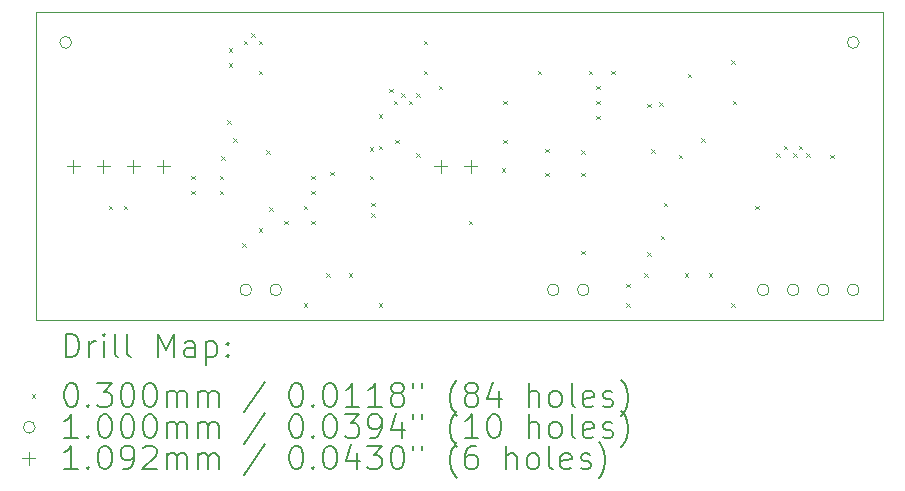
<source format=gbr>
%FSLAX45Y45*%
G04 Gerber Fmt 4.5, Leading zero omitted, Abs format (unit mm)*
G04 Created by KiCad (PCBNEW 6.0.2+dfsg-1) date 2023-05-09 13:47:35*
%MOMM*%
%LPD*%
G01*
G04 APERTURE LIST*
%TA.AperFunction,Profile*%
%ADD10C,0.100000*%
%TD*%
%ADD11C,0.200000*%
%ADD12C,0.030000*%
%ADD13C,0.100000*%
%ADD14C,0.109220*%
G04 APERTURE END LIST*
D10*
X17399000Y-6477000D02*
X10223500Y-6477000D01*
X10223500Y-6477000D02*
X10223500Y-9080500D01*
X17399000Y-9080500D02*
X17399000Y-6477000D01*
X10223500Y-9080500D02*
X17399000Y-9080500D01*
D11*
D12*
X10843500Y-8113000D02*
X10873500Y-8143000D01*
X10873500Y-8113000D02*
X10843500Y-8143000D01*
X10970500Y-8113000D02*
X11000500Y-8143000D01*
X11000500Y-8113000D02*
X10970500Y-8143000D01*
X11542000Y-7859000D02*
X11572000Y-7889000D01*
X11572000Y-7859000D02*
X11542000Y-7889000D01*
X11542000Y-7986000D02*
X11572000Y-8016000D01*
X11572000Y-7986000D02*
X11542000Y-8016000D01*
X11783300Y-7859000D02*
X11813300Y-7889000D01*
X11813300Y-7859000D02*
X11783300Y-7889000D01*
X11783300Y-7986000D02*
X11813300Y-8016000D01*
X11813300Y-7986000D02*
X11783300Y-8016000D01*
X11796000Y-7693900D02*
X11826000Y-7723900D01*
X11826000Y-7693900D02*
X11796000Y-7723900D01*
X11846800Y-7389100D02*
X11876800Y-7419100D01*
X11876800Y-7389100D02*
X11846800Y-7419100D01*
X11859500Y-6779500D02*
X11889500Y-6809500D01*
X11889500Y-6779500D02*
X11859500Y-6809500D01*
X11859500Y-6906500D02*
X11889500Y-6936500D01*
X11889500Y-6906500D02*
X11859500Y-6936500D01*
X11897600Y-7541500D02*
X11927600Y-7571500D01*
X11927600Y-7541500D02*
X11897600Y-7571500D01*
X11973800Y-8430500D02*
X12003800Y-8460500D01*
X12003800Y-8430500D02*
X11973800Y-8460500D01*
X11986500Y-6716000D02*
X12016500Y-6746000D01*
X12016500Y-6716000D02*
X11986500Y-6746000D01*
X12050000Y-6652500D02*
X12080000Y-6682500D01*
X12080000Y-6652500D02*
X12050000Y-6682500D01*
X12113500Y-6716000D02*
X12143500Y-6746000D01*
X12143500Y-6716000D02*
X12113500Y-6746000D01*
X12113500Y-6970000D02*
X12143500Y-7000000D01*
X12143500Y-6970000D02*
X12113500Y-7000000D01*
X12113500Y-8303500D02*
X12143500Y-8333500D01*
X12143500Y-8303500D02*
X12113500Y-8333500D01*
X12177000Y-7643100D02*
X12207000Y-7673100D01*
X12207000Y-7643100D02*
X12177000Y-7673100D01*
X12202400Y-8125700D02*
X12232400Y-8155700D01*
X12232400Y-8125700D02*
X12202400Y-8155700D01*
X12329400Y-8240000D02*
X12359400Y-8270000D01*
X12359400Y-8240000D02*
X12329400Y-8270000D01*
X12494500Y-8113000D02*
X12524500Y-8143000D01*
X12524500Y-8113000D02*
X12494500Y-8143000D01*
X12494500Y-8938500D02*
X12524500Y-8968500D01*
X12524500Y-8938500D02*
X12494500Y-8968500D01*
X12558000Y-7859000D02*
X12588000Y-7889000D01*
X12588000Y-7859000D02*
X12558000Y-7889000D01*
X12558000Y-7986000D02*
X12588000Y-8016000D01*
X12588000Y-7986000D02*
X12558000Y-8016000D01*
X12558000Y-8240000D02*
X12588000Y-8270000D01*
X12588000Y-8240000D02*
X12558000Y-8270000D01*
X12685000Y-8684500D02*
X12715000Y-8714500D01*
X12715000Y-8684500D02*
X12685000Y-8714500D01*
X12717500Y-7826500D02*
X12747500Y-7856500D01*
X12747500Y-7826500D02*
X12717500Y-7856500D01*
X12875500Y-8684500D02*
X12905500Y-8714500D01*
X12905500Y-8684500D02*
X12875500Y-8714500D01*
X13053300Y-7617700D02*
X13083300Y-7647700D01*
X13083300Y-7617700D02*
X13053300Y-7647700D01*
X13053300Y-7859000D02*
X13083300Y-7889000D01*
X13083300Y-7859000D02*
X13053300Y-7889000D01*
X13066000Y-8087600D02*
X13096000Y-8117600D01*
X13096000Y-8087600D02*
X13066000Y-8117600D01*
X13066000Y-8176500D02*
X13096000Y-8206500D01*
X13096000Y-8176500D02*
X13066000Y-8206500D01*
X13129500Y-7338300D02*
X13159500Y-7368300D01*
X13159500Y-7338300D02*
X13129500Y-7368300D01*
X13129500Y-7605000D02*
X13159500Y-7635000D01*
X13159500Y-7605000D02*
X13129500Y-7635000D01*
X13129500Y-8938500D02*
X13159500Y-8968500D01*
X13159500Y-8938500D02*
X13129500Y-8968500D01*
X13218400Y-7122400D02*
X13248400Y-7152400D01*
X13248400Y-7122400D02*
X13218400Y-7152400D01*
X13256500Y-7224000D02*
X13286500Y-7254000D01*
X13286500Y-7224000D02*
X13256500Y-7254000D01*
X13269200Y-7554200D02*
X13299200Y-7584200D01*
X13299200Y-7554200D02*
X13269200Y-7584200D01*
X13320000Y-7160500D02*
X13350000Y-7190500D01*
X13350000Y-7160500D02*
X13320000Y-7190500D01*
X13383500Y-7224000D02*
X13413500Y-7254000D01*
X13413500Y-7224000D02*
X13383500Y-7254000D01*
X13447000Y-7160500D02*
X13477000Y-7190500D01*
X13477000Y-7160500D02*
X13447000Y-7190500D01*
X13447000Y-7668500D02*
X13477000Y-7698500D01*
X13477000Y-7668500D02*
X13447000Y-7698500D01*
X13510500Y-6716000D02*
X13540500Y-6746000D01*
X13540500Y-6716000D02*
X13510500Y-6746000D01*
X13510500Y-6970000D02*
X13540500Y-7000000D01*
X13540500Y-6970000D02*
X13510500Y-7000000D01*
X13637500Y-7097000D02*
X13667500Y-7127000D01*
X13667500Y-7097000D02*
X13637500Y-7127000D01*
X13891500Y-8240000D02*
X13921500Y-8270000D01*
X13921500Y-8240000D02*
X13891500Y-8270000D01*
X14170900Y-7795500D02*
X14200900Y-7825500D01*
X14200900Y-7795500D02*
X14170900Y-7825500D01*
X14183600Y-7224000D02*
X14213600Y-7254000D01*
X14213600Y-7224000D02*
X14183600Y-7254000D01*
X14183600Y-7554200D02*
X14213600Y-7584200D01*
X14213600Y-7554200D02*
X14183600Y-7584200D01*
X14475700Y-6970000D02*
X14505700Y-7000000D01*
X14505700Y-6970000D02*
X14475700Y-7000000D01*
X14539200Y-7630400D02*
X14569200Y-7660400D01*
X14569200Y-7630400D02*
X14539200Y-7660400D01*
X14539200Y-7833600D02*
X14569200Y-7863600D01*
X14569200Y-7833600D02*
X14539200Y-7863600D01*
X14844000Y-7643100D02*
X14874000Y-7673100D01*
X14874000Y-7643100D02*
X14844000Y-7673100D01*
X14844000Y-7833600D02*
X14874000Y-7863600D01*
X14874000Y-7833600D02*
X14844000Y-7863600D01*
X14844000Y-8494000D02*
X14874000Y-8524000D01*
X14874000Y-8494000D02*
X14844000Y-8524000D01*
X14907500Y-6970000D02*
X14937500Y-7000000D01*
X14937500Y-6970000D02*
X14907500Y-7000000D01*
X14971000Y-7097000D02*
X15001000Y-7127000D01*
X15001000Y-7097000D02*
X14971000Y-7127000D01*
X14971000Y-7224000D02*
X15001000Y-7254000D01*
X15001000Y-7224000D02*
X14971000Y-7254000D01*
X14971000Y-7351000D02*
X15001000Y-7381000D01*
X15001000Y-7351000D02*
X14971000Y-7381000D01*
X15098000Y-6970000D02*
X15128000Y-7000000D01*
X15128000Y-6970000D02*
X15098000Y-7000000D01*
X15225000Y-8773400D02*
X15255000Y-8803400D01*
X15255000Y-8773400D02*
X15225000Y-8803400D01*
X15225000Y-8938500D02*
X15255000Y-8968500D01*
X15255000Y-8938500D02*
X15225000Y-8968500D01*
X15377400Y-8684500D02*
X15407400Y-8714500D01*
X15407400Y-8684500D02*
X15377400Y-8714500D01*
X15402800Y-7249400D02*
X15432800Y-7279400D01*
X15432800Y-7249400D02*
X15402800Y-7279400D01*
X15402800Y-8506700D02*
X15432800Y-8536700D01*
X15432800Y-8506700D02*
X15402800Y-8536700D01*
X15433800Y-7637500D02*
X15463800Y-7667500D01*
X15463800Y-7637500D02*
X15433800Y-7667500D01*
X15504400Y-7236700D02*
X15534400Y-7266700D01*
X15534400Y-7236700D02*
X15504400Y-7266700D01*
X15517100Y-8367000D02*
X15547100Y-8397000D01*
X15547100Y-8367000D02*
X15517100Y-8397000D01*
X15542500Y-8087600D02*
X15572500Y-8117600D01*
X15572500Y-8087600D02*
X15542500Y-8117600D01*
X15669500Y-7681200D02*
X15699500Y-7711200D01*
X15699500Y-7681200D02*
X15669500Y-7711200D01*
X15720300Y-8684500D02*
X15750300Y-8714500D01*
X15750300Y-8684500D02*
X15720300Y-8714500D01*
X15745700Y-6995400D02*
X15775700Y-7025400D01*
X15775700Y-6995400D02*
X15745700Y-7025400D01*
X15860000Y-7541500D02*
X15890000Y-7571500D01*
X15890000Y-7541500D02*
X15860000Y-7571500D01*
X15923500Y-8684500D02*
X15953500Y-8714500D01*
X15953500Y-8684500D02*
X15923500Y-8714500D01*
X16114000Y-6881100D02*
X16144000Y-6911100D01*
X16144000Y-6881100D02*
X16114000Y-6911100D01*
X16114000Y-8938500D02*
X16144000Y-8968500D01*
X16144000Y-8938500D02*
X16114000Y-8968500D01*
X16126700Y-7224000D02*
X16156700Y-7254000D01*
X16156700Y-7224000D02*
X16126700Y-7254000D01*
X16317750Y-8113000D02*
X16347750Y-8143000D01*
X16347750Y-8113000D02*
X16317750Y-8143000D01*
X16495000Y-7668500D02*
X16525000Y-7698500D01*
X16525000Y-7668500D02*
X16495000Y-7698500D01*
X16558500Y-7605000D02*
X16588500Y-7635000D01*
X16588500Y-7605000D02*
X16558500Y-7635000D01*
X16635250Y-7668500D02*
X16665250Y-7698500D01*
X16665250Y-7668500D02*
X16635250Y-7698500D01*
X16685500Y-7605000D02*
X16715500Y-7635000D01*
X16715500Y-7605000D02*
X16685500Y-7635000D01*
X16749000Y-7668500D02*
X16779000Y-7698500D01*
X16779000Y-7668500D02*
X16749000Y-7698500D01*
X16952750Y-7681200D02*
X16982750Y-7711200D01*
X16982750Y-7681200D02*
X16952750Y-7711200D01*
D13*
X10527500Y-6731000D02*
G75*
G03*
X10527500Y-6731000I-50000J0D01*
G01*
X12052000Y-8826500D02*
G75*
G03*
X12052000Y-8826500I-50000J0D01*
G01*
X12306000Y-8826500D02*
G75*
G03*
X12306000Y-8826500I-50000J0D01*
G01*
X14655500Y-8826500D02*
G75*
G03*
X14655500Y-8826500I-50000J0D01*
G01*
X14909500Y-8826500D02*
G75*
G03*
X14909500Y-8826500I-50000J0D01*
G01*
X16433000Y-8826500D02*
G75*
G03*
X16433000Y-8826500I-50000J0D01*
G01*
X16687000Y-8826500D02*
G75*
G03*
X16687000Y-8826500I-50000J0D01*
G01*
X16941000Y-8826500D02*
G75*
G03*
X16941000Y-8826500I-50000J0D01*
G01*
X17195000Y-6731000D02*
G75*
G03*
X17195000Y-6731000I-50000J0D01*
G01*
X17195000Y-8826500D02*
G75*
G03*
X17195000Y-8826500I-50000J0D01*
G01*
D14*
X10541000Y-7726245D02*
X10541000Y-7835465D01*
X10486390Y-7780855D02*
X10595610Y-7780855D01*
X10795000Y-7726245D02*
X10795000Y-7835465D01*
X10740390Y-7780855D02*
X10849610Y-7780855D01*
X11049000Y-7726245D02*
X11049000Y-7835465D01*
X10994390Y-7780855D02*
X11103610Y-7780855D01*
X11303000Y-7726245D02*
X11303000Y-7835465D01*
X11248390Y-7780855D02*
X11357610Y-7780855D01*
X13652500Y-7726245D02*
X13652500Y-7835465D01*
X13597890Y-7780855D02*
X13707110Y-7780855D01*
X13906500Y-7726245D02*
X13906500Y-7835465D01*
X13851890Y-7780855D02*
X13961110Y-7780855D01*
D11*
X10476119Y-9395976D02*
X10476119Y-9195976D01*
X10523738Y-9195976D01*
X10552310Y-9205500D01*
X10571357Y-9224548D01*
X10580881Y-9243595D01*
X10590405Y-9281690D01*
X10590405Y-9310262D01*
X10580881Y-9348357D01*
X10571357Y-9367405D01*
X10552310Y-9386452D01*
X10523738Y-9395976D01*
X10476119Y-9395976D01*
X10676119Y-9395976D02*
X10676119Y-9262643D01*
X10676119Y-9300738D02*
X10685643Y-9281690D01*
X10695167Y-9272167D01*
X10714214Y-9262643D01*
X10733262Y-9262643D01*
X10799929Y-9395976D02*
X10799929Y-9262643D01*
X10799929Y-9195976D02*
X10790405Y-9205500D01*
X10799929Y-9215024D01*
X10809452Y-9205500D01*
X10799929Y-9195976D01*
X10799929Y-9215024D01*
X10923738Y-9395976D02*
X10904690Y-9386452D01*
X10895167Y-9367405D01*
X10895167Y-9195976D01*
X11028500Y-9395976D02*
X11009452Y-9386452D01*
X10999929Y-9367405D01*
X10999929Y-9195976D01*
X11257071Y-9395976D02*
X11257071Y-9195976D01*
X11323738Y-9338833D01*
X11390405Y-9195976D01*
X11390405Y-9395976D01*
X11571357Y-9395976D02*
X11571357Y-9291214D01*
X11561833Y-9272167D01*
X11542786Y-9262643D01*
X11504690Y-9262643D01*
X11485643Y-9272167D01*
X11571357Y-9386452D02*
X11552309Y-9395976D01*
X11504690Y-9395976D01*
X11485643Y-9386452D01*
X11476119Y-9367405D01*
X11476119Y-9348357D01*
X11485643Y-9329310D01*
X11504690Y-9319786D01*
X11552309Y-9319786D01*
X11571357Y-9310262D01*
X11666595Y-9262643D02*
X11666595Y-9462643D01*
X11666595Y-9272167D02*
X11685643Y-9262643D01*
X11723738Y-9262643D01*
X11742786Y-9272167D01*
X11752309Y-9281690D01*
X11761833Y-9300738D01*
X11761833Y-9357881D01*
X11752309Y-9376929D01*
X11742786Y-9386452D01*
X11723738Y-9395976D01*
X11685643Y-9395976D01*
X11666595Y-9386452D01*
X11847548Y-9376929D02*
X11857071Y-9386452D01*
X11847548Y-9395976D01*
X11838024Y-9386452D01*
X11847548Y-9376929D01*
X11847548Y-9395976D01*
X11847548Y-9272167D02*
X11857071Y-9281690D01*
X11847548Y-9291214D01*
X11838024Y-9281690D01*
X11847548Y-9272167D01*
X11847548Y-9291214D01*
D12*
X10188500Y-9710500D02*
X10218500Y-9740500D01*
X10218500Y-9710500D02*
X10188500Y-9740500D01*
D11*
X10514214Y-9615976D02*
X10533262Y-9615976D01*
X10552310Y-9625500D01*
X10561833Y-9635024D01*
X10571357Y-9654071D01*
X10580881Y-9692167D01*
X10580881Y-9739786D01*
X10571357Y-9777881D01*
X10561833Y-9796929D01*
X10552310Y-9806452D01*
X10533262Y-9815976D01*
X10514214Y-9815976D01*
X10495167Y-9806452D01*
X10485643Y-9796929D01*
X10476119Y-9777881D01*
X10466595Y-9739786D01*
X10466595Y-9692167D01*
X10476119Y-9654071D01*
X10485643Y-9635024D01*
X10495167Y-9625500D01*
X10514214Y-9615976D01*
X10666595Y-9796929D02*
X10676119Y-9806452D01*
X10666595Y-9815976D01*
X10657071Y-9806452D01*
X10666595Y-9796929D01*
X10666595Y-9815976D01*
X10742786Y-9615976D02*
X10866595Y-9615976D01*
X10799929Y-9692167D01*
X10828500Y-9692167D01*
X10847548Y-9701690D01*
X10857071Y-9711214D01*
X10866595Y-9730262D01*
X10866595Y-9777881D01*
X10857071Y-9796929D01*
X10847548Y-9806452D01*
X10828500Y-9815976D01*
X10771357Y-9815976D01*
X10752310Y-9806452D01*
X10742786Y-9796929D01*
X10990405Y-9615976D02*
X11009452Y-9615976D01*
X11028500Y-9625500D01*
X11038024Y-9635024D01*
X11047548Y-9654071D01*
X11057071Y-9692167D01*
X11057071Y-9739786D01*
X11047548Y-9777881D01*
X11038024Y-9796929D01*
X11028500Y-9806452D01*
X11009452Y-9815976D01*
X10990405Y-9815976D01*
X10971357Y-9806452D01*
X10961833Y-9796929D01*
X10952310Y-9777881D01*
X10942786Y-9739786D01*
X10942786Y-9692167D01*
X10952310Y-9654071D01*
X10961833Y-9635024D01*
X10971357Y-9625500D01*
X10990405Y-9615976D01*
X11180881Y-9615976D02*
X11199928Y-9615976D01*
X11218976Y-9625500D01*
X11228500Y-9635024D01*
X11238024Y-9654071D01*
X11247548Y-9692167D01*
X11247548Y-9739786D01*
X11238024Y-9777881D01*
X11228500Y-9796929D01*
X11218976Y-9806452D01*
X11199928Y-9815976D01*
X11180881Y-9815976D01*
X11161833Y-9806452D01*
X11152310Y-9796929D01*
X11142786Y-9777881D01*
X11133262Y-9739786D01*
X11133262Y-9692167D01*
X11142786Y-9654071D01*
X11152310Y-9635024D01*
X11161833Y-9625500D01*
X11180881Y-9615976D01*
X11333262Y-9815976D02*
X11333262Y-9682643D01*
X11333262Y-9701690D02*
X11342786Y-9692167D01*
X11361833Y-9682643D01*
X11390405Y-9682643D01*
X11409452Y-9692167D01*
X11418976Y-9711214D01*
X11418976Y-9815976D01*
X11418976Y-9711214D02*
X11428500Y-9692167D01*
X11447548Y-9682643D01*
X11476119Y-9682643D01*
X11495167Y-9692167D01*
X11504690Y-9711214D01*
X11504690Y-9815976D01*
X11599928Y-9815976D02*
X11599928Y-9682643D01*
X11599928Y-9701690D02*
X11609452Y-9692167D01*
X11628500Y-9682643D01*
X11657071Y-9682643D01*
X11676119Y-9692167D01*
X11685643Y-9711214D01*
X11685643Y-9815976D01*
X11685643Y-9711214D02*
X11695167Y-9692167D01*
X11714214Y-9682643D01*
X11742786Y-9682643D01*
X11761833Y-9692167D01*
X11771357Y-9711214D01*
X11771357Y-9815976D01*
X12161833Y-9606452D02*
X11990405Y-9863595D01*
X12418976Y-9615976D02*
X12438024Y-9615976D01*
X12457071Y-9625500D01*
X12466595Y-9635024D01*
X12476119Y-9654071D01*
X12485643Y-9692167D01*
X12485643Y-9739786D01*
X12476119Y-9777881D01*
X12466595Y-9796929D01*
X12457071Y-9806452D01*
X12438024Y-9815976D01*
X12418976Y-9815976D01*
X12399928Y-9806452D01*
X12390405Y-9796929D01*
X12380881Y-9777881D01*
X12371357Y-9739786D01*
X12371357Y-9692167D01*
X12380881Y-9654071D01*
X12390405Y-9635024D01*
X12399928Y-9625500D01*
X12418976Y-9615976D01*
X12571357Y-9796929D02*
X12580881Y-9806452D01*
X12571357Y-9815976D01*
X12561833Y-9806452D01*
X12571357Y-9796929D01*
X12571357Y-9815976D01*
X12704690Y-9615976D02*
X12723738Y-9615976D01*
X12742786Y-9625500D01*
X12752309Y-9635024D01*
X12761833Y-9654071D01*
X12771357Y-9692167D01*
X12771357Y-9739786D01*
X12761833Y-9777881D01*
X12752309Y-9796929D01*
X12742786Y-9806452D01*
X12723738Y-9815976D01*
X12704690Y-9815976D01*
X12685643Y-9806452D01*
X12676119Y-9796929D01*
X12666595Y-9777881D01*
X12657071Y-9739786D01*
X12657071Y-9692167D01*
X12666595Y-9654071D01*
X12676119Y-9635024D01*
X12685643Y-9625500D01*
X12704690Y-9615976D01*
X12961833Y-9815976D02*
X12847548Y-9815976D01*
X12904690Y-9815976D02*
X12904690Y-9615976D01*
X12885643Y-9644548D01*
X12866595Y-9663595D01*
X12847548Y-9673119D01*
X13152309Y-9815976D02*
X13038024Y-9815976D01*
X13095167Y-9815976D02*
X13095167Y-9615976D01*
X13076119Y-9644548D01*
X13057071Y-9663595D01*
X13038024Y-9673119D01*
X13266595Y-9701690D02*
X13247548Y-9692167D01*
X13238024Y-9682643D01*
X13228500Y-9663595D01*
X13228500Y-9654071D01*
X13238024Y-9635024D01*
X13247548Y-9625500D01*
X13266595Y-9615976D01*
X13304690Y-9615976D01*
X13323738Y-9625500D01*
X13333262Y-9635024D01*
X13342786Y-9654071D01*
X13342786Y-9663595D01*
X13333262Y-9682643D01*
X13323738Y-9692167D01*
X13304690Y-9701690D01*
X13266595Y-9701690D01*
X13247548Y-9711214D01*
X13238024Y-9720738D01*
X13228500Y-9739786D01*
X13228500Y-9777881D01*
X13238024Y-9796929D01*
X13247548Y-9806452D01*
X13266595Y-9815976D01*
X13304690Y-9815976D01*
X13323738Y-9806452D01*
X13333262Y-9796929D01*
X13342786Y-9777881D01*
X13342786Y-9739786D01*
X13333262Y-9720738D01*
X13323738Y-9711214D01*
X13304690Y-9701690D01*
X13418976Y-9615976D02*
X13418976Y-9654071D01*
X13495167Y-9615976D02*
X13495167Y-9654071D01*
X13790405Y-9892167D02*
X13780881Y-9882643D01*
X13761833Y-9854071D01*
X13752309Y-9835024D01*
X13742786Y-9806452D01*
X13733262Y-9758833D01*
X13733262Y-9720738D01*
X13742786Y-9673119D01*
X13752309Y-9644548D01*
X13761833Y-9625500D01*
X13780881Y-9596929D01*
X13790405Y-9587405D01*
X13895167Y-9701690D02*
X13876119Y-9692167D01*
X13866595Y-9682643D01*
X13857071Y-9663595D01*
X13857071Y-9654071D01*
X13866595Y-9635024D01*
X13876119Y-9625500D01*
X13895167Y-9615976D01*
X13933262Y-9615976D01*
X13952309Y-9625500D01*
X13961833Y-9635024D01*
X13971357Y-9654071D01*
X13971357Y-9663595D01*
X13961833Y-9682643D01*
X13952309Y-9692167D01*
X13933262Y-9701690D01*
X13895167Y-9701690D01*
X13876119Y-9711214D01*
X13866595Y-9720738D01*
X13857071Y-9739786D01*
X13857071Y-9777881D01*
X13866595Y-9796929D01*
X13876119Y-9806452D01*
X13895167Y-9815976D01*
X13933262Y-9815976D01*
X13952309Y-9806452D01*
X13961833Y-9796929D01*
X13971357Y-9777881D01*
X13971357Y-9739786D01*
X13961833Y-9720738D01*
X13952309Y-9711214D01*
X13933262Y-9701690D01*
X14142786Y-9682643D02*
X14142786Y-9815976D01*
X14095167Y-9606452D02*
X14047548Y-9749310D01*
X14171357Y-9749310D01*
X14399928Y-9815976D02*
X14399928Y-9615976D01*
X14485643Y-9815976D02*
X14485643Y-9711214D01*
X14476119Y-9692167D01*
X14457071Y-9682643D01*
X14428500Y-9682643D01*
X14409452Y-9692167D01*
X14399928Y-9701690D01*
X14609452Y-9815976D02*
X14590405Y-9806452D01*
X14580881Y-9796929D01*
X14571357Y-9777881D01*
X14571357Y-9720738D01*
X14580881Y-9701690D01*
X14590405Y-9692167D01*
X14609452Y-9682643D01*
X14638024Y-9682643D01*
X14657071Y-9692167D01*
X14666595Y-9701690D01*
X14676119Y-9720738D01*
X14676119Y-9777881D01*
X14666595Y-9796929D01*
X14657071Y-9806452D01*
X14638024Y-9815976D01*
X14609452Y-9815976D01*
X14790405Y-9815976D02*
X14771357Y-9806452D01*
X14761833Y-9787405D01*
X14761833Y-9615976D01*
X14942786Y-9806452D02*
X14923738Y-9815976D01*
X14885643Y-9815976D01*
X14866595Y-9806452D01*
X14857071Y-9787405D01*
X14857071Y-9711214D01*
X14866595Y-9692167D01*
X14885643Y-9682643D01*
X14923738Y-9682643D01*
X14942786Y-9692167D01*
X14952309Y-9711214D01*
X14952309Y-9730262D01*
X14857071Y-9749310D01*
X15028500Y-9806452D02*
X15047548Y-9815976D01*
X15085643Y-9815976D01*
X15104690Y-9806452D01*
X15114214Y-9787405D01*
X15114214Y-9777881D01*
X15104690Y-9758833D01*
X15085643Y-9749310D01*
X15057071Y-9749310D01*
X15038024Y-9739786D01*
X15028500Y-9720738D01*
X15028500Y-9711214D01*
X15038024Y-9692167D01*
X15057071Y-9682643D01*
X15085643Y-9682643D01*
X15104690Y-9692167D01*
X15180881Y-9892167D02*
X15190405Y-9882643D01*
X15209452Y-9854071D01*
X15218976Y-9835024D01*
X15228500Y-9806452D01*
X15238024Y-9758833D01*
X15238024Y-9720738D01*
X15228500Y-9673119D01*
X15218976Y-9644548D01*
X15209452Y-9625500D01*
X15190405Y-9596929D01*
X15180881Y-9587405D01*
D13*
X10218500Y-9989500D02*
G75*
G03*
X10218500Y-9989500I-50000J0D01*
G01*
D11*
X10580881Y-10079976D02*
X10466595Y-10079976D01*
X10523738Y-10079976D02*
X10523738Y-9879976D01*
X10504690Y-9908548D01*
X10485643Y-9927595D01*
X10466595Y-9937119D01*
X10666595Y-10060929D02*
X10676119Y-10070452D01*
X10666595Y-10079976D01*
X10657071Y-10070452D01*
X10666595Y-10060929D01*
X10666595Y-10079976D01*
X10799929Y-9879976D02*
X10818976Y-9879976D01*
X10838024Y-9889500D01*
X10847548Y-9899024D01*
X10857071Y-9918071D01*
X10866595Y-9956167D01*
X10866595Y-10003786D01*
X10857071Y-10041881D01*
X10847548Y-10060929D01*
X10838024Y-10070452D01*
X10818976Y-10079976D01*
X10799929Y-10079976D01*
X10780881Y-10070452D01*
X10771357Y-10060929D01*
X10761833Y-10041881D01*
X10752310Y-10003786D01*
X10752310Y-9956167D01*
X10761833Y-9918071D01*
X10771357Y-9899024D01*
X10780881Y-9889500D01*
X10799929Y-9879976D01*
X10990405Y-9879976D02*
X11009452Y-9879976D01*
X11028500Y-9889500D01*
X11038024Y-9899024D01*
X11047548Y-9918071D01*
X11057071Y-9956167D01*
X11057071Y-10003786D01*
X11047548Y-10041881D01*
X11038024Y-10060929D01*
X11028500Y-10070452D01*
X11009452Y-10079976D01*
X10990405Y-10079976D01*
X10971357Y-10070452D01*
X10961833Y-10060929D01*
X10952310Y-10041881D01*
X10942786Y-10003786D01*
X10942786Y-9956167D01*
X10952310Y-9918071D01*
X10961833Y-9899024D01*
X10971357Y-9889500D01*
X10990405Y-9879976D01*
X11180881Y-9879976D02*
X11199928Y-9879976D01*
X11218976Y-9889500D01*
X11228500Y-9899024D01*
X11238024Y-9918071D01*
X11247548Y-9956167D01*
X11247548Y-10003786D01*
X11238024Y-10041881D01*
X11228500Y-10060929D01*
X11218976Y-10070452D01*
X11199928Y-10079976D01*
X11180881Y-10079976D01*
X11161833Y-10070452D01*
X11152310Y-10060929D01*
X11142786Y-10041881D01*
X11133262Y-10003786D01*
X11133262Y-9956167D01*
X11142786Y-9918071D01*
X11152310Y-9899024D01*
X11161833Y-9889500D01*
X11180881Y-9879976D01*
X11333262Y-10079976D02*
X11333262Y-9946643D01*
X11333262Y-9965690D02*
X11342786Y-9956167D01*
X11361833Y-9946643D01*
X11390405Y-9946643D01*
X11409452Y-9956167D01*
X11418976Y-9975214D01*
X11418976Y-10079976D01*
X11418976Y-9975214D02*
X11428500Y-9956167D01*
X11447548Y-9946643D01*
X11476119Y-9946643D01*
X11495167Y-9956167D01*
X11504690Y-9975214D01*
X11504690Y-10079976D01*
X11599928Y-10079976D02*
X11599928Y-9946643D01*
X11599928Y-9965690D02*
X11609452Y-9956167D01*
X11628500Y-9946643D01*
X11657071Y-9946643D01*
X11676119Y-9956167D01*
X11685643Y-9975214D01*
X11685643Y-10079976D01*
X11685643Y-9975214D02*
X11695167Y-9956167D01*
X11714214Y-9946643D01*
X11742786Y-9946643D01*
X11761833Y-9956167D01*
X11771357Y-9975214D01*
X11771357Y-10079976D01*
X12161833Y-9870452D02*
X11990405Y-10127595D01*
X12418976Y-9879976D02*
X12438024Y-9879976D01*
X12457071Y-9889500D01*
X12466595Y-9899024D01*
X12476119Y-9918071D01*
X12485643Y-9956167D01*
X12485643Y-10003786D01*
X12476119Y-10041881D01*
X12466595Y-10060929D01*
X12457071Y-10070452D01*
X12438024Y-10079976D01*
X12418976Y-10079976D01*
X12399928Y-10070452D01*
X12390405Y-10060929D01*
X12380881Y-10041881D01*
X12371357Y-10003786D01*
X12371357Y-9956167D01*
X12380881Y-9918071D01*
X12390405Y-9899024D01*
X12399928Y-9889500D01*
X12418976Y-9879976D01*
X12571357Y-10060929D02*
X12580881Y-10070452D01*
X12571357Y-10079976D01*
X12561833Y-10070452D01*
X12571357Y-10060929D01*
X12571357Y-10079976D01*
X12704690Y-9879976D02*
X12723738Y-9879976D01*
X12742786Y-9889500D01*
X12752309Y-9899024D01*
X12761833Y-9918071D01*
X12771357Y-9956167D01*
X12771357Y-10003786D01*
X12761833Y-10041881D01*
X12752309Y-10060929D01*
X12742786Y-10070452D01*
X12723738Y-10079976D01*
X12704690Y-10079976D01*
X12685643Y-10070452D01*
X12676119Y-10060929D01*
X12666595Y-10041881D01*
X12657071Y-10003786D01*
X12657071Y-9956167D01*
X12666595Y-9918071D01*
X12676119Y-9899024D01*
X12685643Y-9889500D01*
X12704690Y-9879976D01*
X12838024Y-9879976D02*
X12961833Y-9879976D01*
X12895167Y-9956167D01*
X12923738Y-9956167D01*
X12942786Y-9965690D01*
X12952309Y-9975214D01*
X12961833Y-9994262D01*
X12961833Y-10041881D01*
X12952309Y-10060929D01*
X12942786Y-10070452D01*
X12923738Y-10079976D01*
X12866595Y-10079976D01*
X12847548Y-10070452D01*
X12838024Y-10060929D01*
X13057071Y-10079976D02*
X13095167Y-10079976D01*
X13114214Y-10070452D01*
X13123738Y-10060929D01*
X13142786Y-10032357D01*
X13152309Y-9994262D01*
X13152309Y-9918071D01*
X13142786Y-9899024D01*
X13133262Y-9889500D01*
X13114214Y-9879976D01*
X13076119Y-9879976D01*
X13057071Y-9889500D01*
X13047548Y-9899024D01*
X13038024Y-9918071D01*
X13038024Y-9965690D01*
X13047548Y-9984738D01*
X13057071Y-9994262D01*
X13076119Y-10003786D01*
X13114214Y-10003786D01*
X13133262Y-9994262D01*
X13142786Y-9984738D01*
X13152309Y-9965690D01*
X13323738Y-9946643D02*
X13323738Y-10079976D01*
X13276119Y-9870452D02*
X13228500Y-10013310D01*
X13352309Y-10013310D01*
X13418976Y-9879976D02*
X13418976Y-9918071D01*
X13495167Y-9879976D02*
X13495167Y-9918071D01*
X13790405Y-10156167D02*
X13780881Y-10146643D01*
X13761833Y-10118071D01*
X13752309Y-10099024D01*
X13742786Y-10070452D01*
X13733262Y-10022833D01*
X13733262Y-9984738D01*
X13742786Y-9937119D01*
X13752309Y-9908548D01*
X13761833Y-9889500D01*
X13780881Y-9860929D01*
X13790405Y-9851405D01*
X13971357Y-10079976D02*
X13857071Y-10079976D01*
X13914214Y-10079976D02*
X13914214Y-9879976D01*
X13895167Y-9908548D01*
X13876119Y-9927595D01*
X13857071Y-9937119D01*
X14095167Y-9879976D02*
X14114214Y-9879976D01*
X14133262Y-9889500D01*
X14142786Y-9899024D01*
X14152309Y-9918071D01*
X14161833Y-9956167D01*
X14161833Y-10003786D01*
X14152309Y-10041881D01*
X14142786Y-10060929D01*
X14133262Y-10070452D01*
X14114214Y-10079976D01*
X14095167Y-10079976D01*
X14076119Y-10070452D01*
X14066595Y-10060929D01*
X14057071Y-10041881D01*
X14047548Y-10003786D01*
X14047548Y-9956167D01*
X14057071Y-9918071D01*
X14066595Y-9899024D01*
X14076119Y-9889500D01*
X14095167Y-9879976D01*
X14399928Y-10079976D02*
X14399928Y-9879976D01*
X14485643Y-10079976D02*
X14485643Y-9975214D01*
X14476119Y-9956167D01*
X14457071Y-9946643D01*
X14428500Y-9946643D01*
X14409452Y-9956167D01*
X14399928Y-9965690D01*
X14609452Y-10079976D02*
X14590405Y-10070452D01*
X14580881Y-10060929D01*
X14571357Y-10041881D01*
X14571357Y-9984738D01*
X14580881Y-9965690D01*
X14590405Y-9956167D01*
X14609452Y-9946643D01*
X14638024Y-9946643D01*
X14657071Y-9956167D01*
X14666595Y-9965690D01*
X14676119Y-9984738D01*
X14676119Y-10041881D01*
X14666595Y-10060929D01*
X14657071Y-10070452D01*
X14638024Y-10079976D01*
X14609452Y-10079976D01*
X14790405Y-10079976D02*
X14771357Y-10070452D01*
X14761833Y-10051405D01*
X14761833Y-9879976D01*
X14942786Y-10070452D02*
X14923738Y-10079976D01*
X14885643Y-10079976D01*
X14866595Y-10070452D01*
X14857071Y-10051405D01*
X14857071Y-9975214D01*
X14866595Y-9956167D01*
X14885643Y-9946643D01*
X14923738Y-9946643D01*
X14942786Y-9956167D01*
X14952309Y-9975214D01*
X14952309Y-9994262D01*
X14857071Y-10013310D01*
X15028500Y-10070452D02*
X15047548Y-10079976D01*
X15085643Y-10079976D01*
X15104690Y-10070452D01*
X15114214Y-10051405D01*
X15114214Y-10041881D01*
X15104690Y-10022833D01*
X15085643Y-10013310D01*
X15057071Y-10013310D01*
X15038024Y-10003786D01*
X15028500Y-9984738D01*
X15028500Y-9975214D01*
X15038024Y-9956167D01*
X15057071Y-9946643D01*
X15085643Y-9946643D01*
X15104690Y-9956167D01*
X15180881Y-10156167D02*
X15190405Y-10146643D01*
X15209452Y-10118071D01*
X15218976Y-10099024D01*
X15228500Y-10070452D01*
X15238024Y-10022833D01*
X15238024Y-9984738D01*
X15228500Y-9937119D01*
X15218976Y-9908548D01*
X15209452Y-9889500D01*
X15190405Y-9860929D01*
X15180881Y-9851405D01*
D14*
X10163890Y-10198890D02*
X10163890Y-10308110D01*
X10109280Y-10253500D02*
X10218500Y-10253500D01*
D11*
X10580881Y-10343976D02*
X10466595Y-10343976D01*
X10523738Y-10343976D02*
X10523738Y-10143976D01*
X10504690Y-10172548D01*
X10485643Y-10191595D01*
X10466595Y-10201119D01*
X10666595Y-10324929D02*
X10676119Y-10334452D01*
X10666595Y-10343976D01*
X10657071Y-10334452D01*
X10666595Y-10324929D01*
X10666595Y-10343976D01*
X10799929Y-10143976D02*
X10818976Y-10143976D01*
X10838024Y-10153500D01*
X10847548Y-10163024D01*
X10857071Y-10182071D01*
X10866595Y-10220167D01*
X10866595Y-10267786D01*
X10857071Y-10305881D01*
X10847548Y-10324929D01*
X10838024Y-10334452D01*
X10818976Y-10343976D01*
X10799929Y-10343976D01*
X10780881Y-10334452D01*
X10771357Y-10324929D01*
X10761833Y-10305881D01*
X10752310Y-10267786D01*
X10752310Y-10220167D01*
X10761833Y-10182071D01*
X10771357Y-10163024D01*
X10780881Y-10153500D01*
X10799929Y-10143976D01*
X10961833Y-10343976D02*
X10999929Y-10343976D01*
X11018976Y-10334452D01*
X11028500Y-10324929D01*
X11047548Y-10296357D01*
X11057071Y-10258262D01*
X11057071Y-10182071D01*
X11047548Y-10163024D01*
X11038024Y-10153500D01*
X11018976Y-10143976D01*
X10980881Y-10143976D01*
X10961833Y-10153500D01*
X10952310Y-10163024D01*
X10942786Y-10182071D01*
X10942786Y-10229690D01*
X10952310Y-10248738D01*
X10961833Y-10258262D01*
X10980881Y-10267786D01*
X11018976Y-10267786D01*
X11038024Y-10258262D01*
X11047548Y-10248738D01*
X11057071Y-10229690D01*
X11133262Y-10163024D02*
X11142786Y-10153500D01*
X11161833Y-10143976D01*
X11209452Y-10143976D01*
X11228500Y-10153500D01*
X11238024Y-10163024D01*
X11247548Y-10182071D01*
X11247548Y-10201119D01*
X11238024Y-10229690D01*
X11123738Y-10343976D01*
X11247548Y-10343976D01*
X11333262Y-10343976D02*
X11333262Y-10210643D01*
X11333262Y-10229690D02*
X11342786Y-10220167D01*
X11361833Y-10210643D01*
X11390405Y-10210643D01*
X11409452Y-10220167D01*
X11418976Y-10239214D01*
X11418976Y-10343976D01*
X11418976Y-10239214D02*
X11428500Y-10220167D01*
X11447548Y-10210643D01*
X11476119Y-10210643D01*
X11495167Y-10220167D01*
X11504690Y-10239214D01*
X11504690Y-10343976D01*
X11599928Y-10343976D02*
X11599928Y-10210643D01*
X11599928Y-10229690D02*
X11609452Y-10220167D01*
X11628500Y-10210643D01*
X11657071Y-10210643D01*
X11676119Y-10220167D01*
X11685643Y-10239214D01*
X11685643Y-10343976D01*
X11685643Y-10239214D02*
X11695167Y-10220167D01*
X11714214Y-10210643D01*
X11742786Y-10210643D01*
X11761833Y-10220167D01*
X11771357Y-10239214D01*
X11771357Y-10343976D01*
X12161833Y-10134452D02*
X11990405Y-10391595D01*
X12418976Y-10143976D02*
X12438024Y-10143976D01*
X12457071Y-10153500D01*
X12466595Y-10163024D01*
X12476119Y-10182071D01*
X12485643Y-10220167D01*
X12485643Y-10267786D01*
X12476119Y-10305881D01*
X12466595Y-10324929D01*
X12457071Y-10334452D01*
X12438024Y-10343976D01*
X12418976Y-10343976D01*
X12399928Y-10334452D01*
X12390405Y-10324929D01*
X12380881Y-10305881D01*
X12371357Y-10267786D01*
X12371357Y-10220167D01*
X12380881Y-10182071D01*
X12390405Y-10163024D01*
X12399928Y-10153500D01*
X12418976Y-10143976D01*
X12571357Y-10324929D02*
X12580881Y-10334452D01*
X12571357Y-10343976D01*
X12561833Y-10334452D01*
X12571357Y-10324929D01*
X12571357Y-10343976D01*
X12704690Y-10143976D02*
X12723738Y-10143976D01*
X12742786Y-10153500D01*
X12752309Y-10163024D01*
X12761833Y-10182071D01*
X12771357Y-10220167D01*
X12771357Y-10267786D01*
X12761833Y-10305881D01*
X12752309Y-10324929D01*
X12742786Y-10334452D01*
X12723738Y-10343976D01*
X12704690Y-10343976D01*
X12685643Y-10334452D01*
X12676119Y-10324929D01*
X12666595Y-10305881D01*
X12657071Y-10267786D01*
X12657071Y-10220167D01*
X12666595Y-10182071D01*
X12676119Y-10163024D01*
X12685643Y-10153500D01*
X12704690Y-10143976D01*
X12942786Y-10210643D02*
X12942786Y-10343976D01*
X12895167Y-10134452D02*
X12847548Y-10277310D01*
X12971357Y-10277310D01*
X13028500Y-10143976D02*
X13152309Y-10143976D01*
X13085643Y-10220167D01*
X13114214Y-10220167D01*
X13133262Y-10229690D01*
X13142786Y-10239214D01*
X13152309Y-10258262D01*
X13152309Y-10305881D01*
X13142786Y-10324929D01*
X13133262Y-10334452D01*
X13114214Y-10343976D01*
X13057071Y-10343976D01*
X13038024Y-10334452D01*
X13028500Y-10324929D01*
X13276119Y-10143976D02*
X13295167Y-10143976D01*
X13314214Y-10153500D01*
X13323738Y-10163024D01*
X13333262Y-10182071D01*
X13342786Y-10220167D01*
X13342786Y-10267786D01*
X13333262Y-10305881D01*
X13323738Y-10324929D01*
X13314214Y-10334452D01*
X13295167Y-10343976D01*
X13276119Y-10343976D01*
X13257071Y-10334452D01*
X13247548Y-10324929D01*
X13238024Y-10305881D01*
X13228500Y-10267786D01*
X13228500Y-10220167D01*
X13238024Y-10182071D01*
X13247548Y-10163024D01*
X13257071Y-10153500D01*
X13276119Y-10143976D01*
X13418976Y-10143976D02*
X13418976Y-10182071D01*
X13495167Y-10143976D02*
X13495167Y-10182071D01*
X13790405Y-10420167D02*
X13780881Y-10410643D01*
X13761833Y-10382071D01*
X13752309Y-10363024D01*
X13742786Y-10334452D01*
X13733262Y-10286833D01*
X13733262Y-10248738D01*
X13742786Y-10201119D01*
X13752309Y-10172548D01*
X13761833Y-10153500D01*
X13780881Y-10124929D01*
X13790405Y-10115405D01*
X13952309Y-10143976D02*
X13914214Y-10143976D01*
X13895167Y-10153500D01*
X13885643Y-10163024D01*
X13866595Y-10191595D01*
X13857071Y-10229690D01*
X13857071Y-10305881D01*
X13866595Y-10324929D01*
X13876119Y-10334452D01*
X13895167Y-10343976D01*
X13933262Y-10343976D01*
X13952309Y-10334452D01*
X13961833Y-10324929D01*
X13971357Y-10305881D01*
X13971357Y-10258262D01*
X13961833Y-10239214D01*
X13952309Y-10229690D01*
X13933262Y-10220167D01*
X13895167Y-10220167D01*
X13876119Y-10229690D01*
X13866595Y-10239214D01*
X13857071Y-10258262D01*
X14209452Y-10343976D02*
X14209452Y-10143976D01*
X14295167Y-10343976D02*
X14295167Y-10239214D01*
X14285643Y-10220167D01*
X14266595Y-10210643D01*
X14238024Y-10210643D01*
X14218976Y-10220167D01*
X14209452Y-10229690D01*
X14418976Y-10343976D02*
X14399928Y-10334452D01*
X14390405Y-10324929D01*
X14380881Y-10305881D01*
X14380881Y-10248738D01*
X14390405Y-10229690D01*
X14399928Y-10220167D01*
X14418976Y-10210643D01*
X14447548Y-10210643D01*
X14466595Y-10220167D01*
X14476119Y-10229690D01*
X14485643Y-10248738D01*
X14485643Y-10305881D01*
X14476119Y-10324929D01*
X14466595Y-10334452D01*
X14447548Y-10343976D01*
X14418976Y-10343976D01*
X14599928Y-10343976D02*
X14580881Y-10334452D01*
X14571357Y-10315405D01*
X14571357Y-10143976D01*
X14752309Y-10334452D02*
X14733262Y-10343976D01*
X14695167Y-10343976D01*
X14676119Y-10334452D01*
X14666595Y-10315405D01*
X14666595Y-10239214D01*
X14676119Y-10220167D01*
X14695167Y-10210643D01*
X14733262Y-10210643D01*
X14752309Y-10220167D01*
X14761833Y-10239214D01*
X14761833Y-10258262D01*
X14666595Y-10277310D01*
X14838024Y-10334452D02*
X14857071Y-10343976D01*
X14895167Y-10343976D01*
X14914214Y-10334452D01*
X14923738Y-10315405D01*
X14923738Y-10305881D01*
X14914214Y-10286833D01*
X14895167Y-10277310D01*
X14866595Y-10277310D01*
X14847548Y-10267786D01*
X14838024Y-10248738D01*
X14838024Y-10239214D01*
X14847548Y-10220167D01*
X14866595Y-10210643D01*
X14895167Y-10210643D01*
X14914214Y-10220167D01*
X14990405Y-10420167D02*
X14999928Y-10410643D01*
X15018976Y-10382071D01*
X15028500Y-10363024D01*
X15038024Y-10334452D01*
X15047548Y-10286833D01*
X15047548Y-10248738D01*
X15038024Y-10201119D01*
X15028500Y-10172548D01*
X15018976Y-10153500D01*
X14999928Y-10124929D01*
X14990405Y-10115405D01*
M02*

</source>
